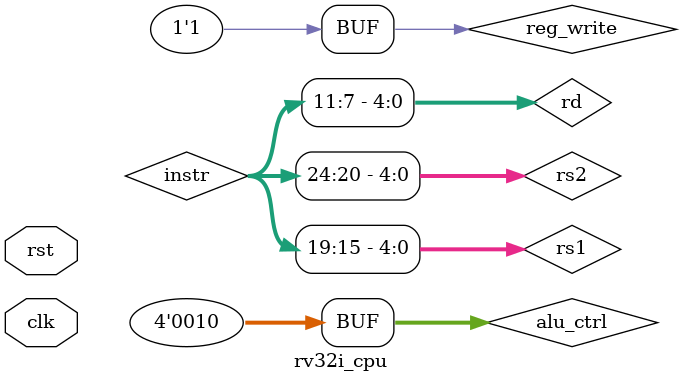
<source format=v>
`timescale 1ns / 1ps
module rv32i_cpu(
    input wire clk,
    input wire rst
);
    reg [31:0] pc;
    reg [31:0] instr_mem [0:255];
    wire [31:0] instr = instr_mem[pc[9:2]];

    wire [4:0] rs1 = instr[19:15];
    wire [4:0] rs2 = instr[24:20];
    wire [4:0] rd  = instr[11:7];
    wire [31:0] imm;
    wire [31:0] a, b;
    wire [31:0] alu_out;
    wire reg_write = 1'b1; // Simplified for ADDI, ADD
    wire [3:0] alu_ctrl = (instr[6:0] == 7'b0110011) ? 4'b0010 : 4'b0010; // ADD only

    imm_gen ig(.instr(instr), .imm(imm));
    regfile rf(.clk(clk), .we(reg_write), .rs1(rs1), .rs2(rs2), .rd(rd), .wd(alu_out), .rd1(a), .rd2(b));
    alu core_alu(.a(a), .b((instr[6:0] == 7'b0010011) ? imm : b), .alu_ctrl(alu_ctrl), .result(alu_out));

    always @(posedge clk or posedge rst) begin
        if (rst)
            pc <= 0;
        else
            pc <= pc + 4;
    end
endmodule

</source>
